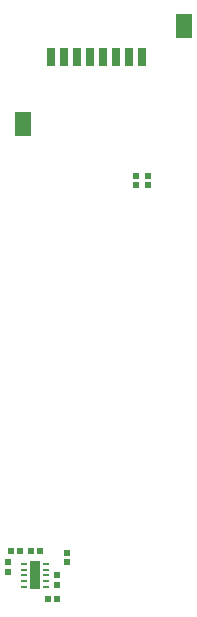
<source format=gbp>
G04 (created by PCBNEW (2013-mar-13)-testing) date Fri 20 Dec 2013 02:45:34 PM CET*
%MOIN*%
G04 Gerber Fmt 3.4, Leading zero omitted, Abs format*
%FSLAX34Y34*%
G01*
G70*
G90*
G04 APERTURE LIST*
%ADD10C,0.003937*%
%ADD11R,0.021300X0.021700*%
%ADD12R,0.057087X0.078740*%
%ADD13R,0.031496X0.059055*%
%ADD14R,0.021700X0.021300*%
%ADD15R,0.033071X0.094488*%
%ADD16R,0.019685X0.009843*%
G04 APERTURE END LIST*
G54D10*
G54D11*
X30880Y-24537D03*
X30880Y-24222D03*
X30500Y-24537D03*
X30500Y-24222D03*
G54D12*
X26743Y-22503D03*
X32098Y-19235D03*
G54D13*
X30680Y-20259D03*
X30247Y-20259D03*
X29814Y-20259D03*
X29381Y-20259D03*
X28948Y-20259D03*
X28515Y-20259D03*
X28082Y-20259D03*
X27649Y-20259D03*
G54D11*
X27870Y-37856D03*
X27870Y-37541D03*
G54D14*
X27308Y-36733D03*
X26993Y-36733D03*
G54D11*
X26226Y-37425D03*
X26226Y-37110D03*
G54D14*
X26314Y-36733D03*
X26629Y-36733D03*
G54D11*
X28188Y-36783D03*
X28188Y-37098D03*
G54D14*
X27866Y-38331D03*
X27551Y-38331D03*
G54D15*
X27123Y-37543D03*
G54D16*
X26748Y-37936D03*
X26748Y-37739D03*
X26748Y-37543D03*
X26748Y-37346D03*
X26748Y-37149D03*
X27497Y-37149D03*
X27497Y-37346D03*
X27497Y-37543D03*
X27497Y-37739D03*
X27497Y-37936D03*
M02*

</source>
